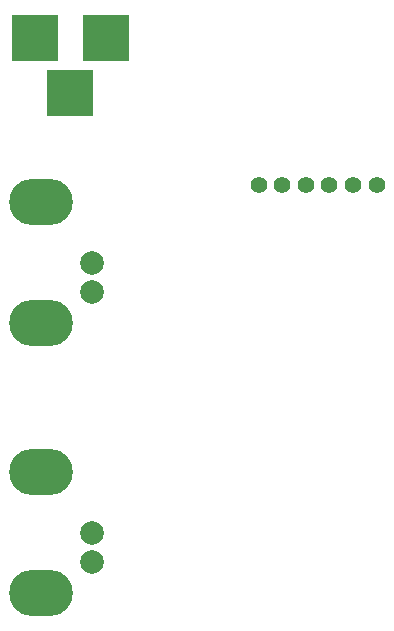
<source format=gbr>
G04 #@! TF.FileFunction,Soldermask,Bot*
%FSLAX46Y46*%
G04 Gerber Fmt 4.6, Leading zero omitted, Abs format (unit mm)*
G04 Created by KiCad (PCBNEW 4.0.4-stable) date 12/12/16 02:41:32*
%MOMM*%
%LPD*%
G01*
G04 APERTURE LIST*
%ADD10C,0.100000*%
%ADD11R,3.900120X3.900120*%
%ADD12O,5.401260X3.900120*%
%ADD13C,2.000200*%
%ADD14C,1.400000*%
G04 APERTURE END LIST*
D10*
D11*
X131930140Y-77470000D03*
X125930660Y-77470000D03*
X128930400Y-82169000D03*
D12*
X126466600Y-101617780D03*
X126466600Y-91419680D03*
D13*
X130731260Y-96520000D03*
X130731260Y-99019360D03*
D12*
X126466600Y-124477780D03*
X126466600Y-114279680D03*
D13*
X130731260Y-119380000D03*
X130731260Y-121879360D03*
D14*
X144860000Y-89930000D03*
X146860000Y-89930000D03*
X148860000Y-89930000D03*
X150860000Y-89930000D03*
X152860000Y-89930000D03*
X154860000Y-89930000D03*
M02*

</source>
